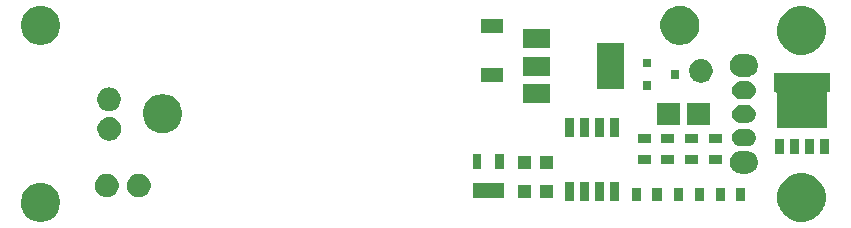
<source format=gbr>
G04 #@! TF.GenerationSoftware,KiCad,Pcbnew,5.1.0-unknown-9e240db~82~ubuntu18.04.1*
G04 #@! TF.CreationDate,2019-04-19T11:16:57+02:00*
G04 #@! TF.ProjectId,VoltMax PWM Board A,566f6c74-4d61-4782-9050-574d20426f61,rev?*
G04 #@! TF.SameCoordinates,Original*
G04 #@! TF.FileFunction,Soldermask,Bot*
G04 #@! TF.FilePolarity,Negative*
%FSLAX46Y46*%
G04 Gerber Fmt 4.6, Leading zero omitted, Abs format (unit mm)*
G04 Created by KiCad (PCBNEW 5.1.0-unknown-9e240db~82~ubuntu18.04.1) date 2019-04-19 11:16:57*
%MOMM*%
%LPD*%
G04 APERTURE LIST*
%ADD10C,0.100000*%
G04 APERTURE END LIST*
D10*
G36*
X176480000Y-103288000D02*
G01*
X176331000Y-103300000D01*
X176186000Y-103335000D01*
X176048000Y-103392000D01*
X175920000Y-103470000D01*
X175807000Y-103567000D01*
X175710000Y-103680000D01*
X175632000Y-103808000D01*
X175575000Y-103946000D01*
X175540000Y-104091000D01*
X175528000Y-104240000D01*
X175540000Y-104389000D01*
X175575000Y-104534000D01*
X175632000Y-104672000D01*
X175710000Y-104800000D01*
X175807000Y-104913000D01*
X175920000Y-105010000D01*
X176048000Y-105088000D01*
X176186000Y-105145000D01*
X176331000Y-105180000D01*
X176480000Y-105192000D01*
X176980000Y-105192000D01*
X177129000Y-105180000D01*
X177274000Y-105145000D01*
X177412000Y-105088000D01*
X177540000Y-105010000D01*
X177653000Y-104913000D01*
X177750000Y-104800000D01*
X177828000Y-104672000D01*
X177885000Y-104534000D01*
X177920000Y-104389000D01*
X177932000Y-104240000D01*
X177920000Y-104091000D01*
X177885000Y-103946000D01*
X177828000Y-103808000D01*
X177750000Y-103680000D01*
X177653000Y-103567000D01*
X177540000Y-103470000D01*
X177412000Y-103392000D01*
X177274000Y-103335000D01*
X177129000Y-103300000D01*
X176980000Y-103288000D01*
X176480000Y-103288000D01*
G37*
G36*
X176480000Y-95088000D02*
G01*
X176331000Y-95100000D01*
X176186000Y-95135000D01*
X176048000Y-95192000D01*
X175920000Y-95270000D01*
X175807000Y-95367000D01*
X175710000Y-95480000D01*
X175632000Y-95608000D01*
X175575000Y-95746000D01*
X175540000Y-95891000D01*
X175528000Y-96040000D01*
X175540000Y-96189000D01*
X175575000Y-96334000D01*
X175632000Y-96472000D01*
X175710000Y-96600000D01*
X175807000Y-96713000D01*
X175920000Y-96810000D01*
X176048000Y-96888000D01*
X176186000Y-96945000D01*
X176331000Y-96980000D01*
X176480000Y-96992000D01*
X176980000Y-96992000D01*
X177129000Y-96980000D01*
X177274000Y-96945000D01*
X177412000Y-96888000D01*
X177540000Y-96810000D01*
X177653000Y-96713000D01*
X177750000Y-96600000D01*
X177828000Y-96472000D01*
X177885000Y-96334000D01*
X177920000Y-96189000D01*
X177932000Y-96040000D01*
X177920000Y-95891000D01*
X177885000Y-95746000D01*
X177828000Y-95608000D01*
X177750000Y-95480000D01*
X177653000Y-95367000D01*
X177540000Y-95270000D01*
X177412000Y-95192000D01*
X177274000Y-95135000D01*
X177129000Y-95100000D01*
X176980000Y-95088000D01*
X176480000Y-95088000D01*
G37*
G36*
X176480000Y-101388000D02*
G01*
X176362000Y-101397000D01*
X176248000Y-101425000D01*
X176139000Y-101470000D01*
X176038000Y-101532000D01*
X175948000Y-101608000D01*
X175872000Y-101698000D01*
X175810000Y-101799000D01*
X175765000Y-101908000D01*
X175737000Y-102022000D01*
X175728000Y-102140000D01*
X175737000Y-102258000D01*
X175765000Y-102372000D01*
X175810000Y-102481000D01*
X175872000Y-102582000D01*
X175948000Y-102672000D01*
X176038000Y-102748000D01*
X176139000Y-102810000D01*
X176248000Y-102855000D01*
X176362000Y-102883000D01*
X176480000Y-102892000D01*
X176980000Y-102892000D01*
X177098000Y-102883000D01*
X177212000Y-102855000D01*
X177321000Y-102810000D01*
X177422000Y-102748000D01*
X177512000Y-102672000D01*
X177588000Y-102582000D01*
X177650000Y-102481000D01*
X177695000Y-102372000D01*
X177723000Y-102258000D01*
X177732000Y-102140000D01*
X177723000Y-102022000D01*
X177695000Y-101908000D01*
X177650000Y-101799000D01*
X177588000Y-101698000D01*
X177512000Y-101608000D01*
X177422000Y-101532000D01*
X177321000Y-101470000D01*
X177212000Y-101425000D01*
X177098000Y-101397000D01*
X176980000Y-101388000D01*
X176480000Y-101388000D01*
G37*
G36*
X176480000Y-99388000D02*
G01*
X176362000Y-99397000D01*
X176248000Y-99425000D01*
X176139000Y-99470000D01*
X176038000Y-99532000D01*
X175948000Y-99608000D01*
X175872000Y-99698000D01*
X175810000Y-99799000D01*
X175765000Y-99908000D01*
X175737000Y-100022000D01*
X175728000Y-100140000D01*
X175737000Y-100258000D01*
X175765000Y-100372000D01*
X175810000Y-100481000D01*
X175872000Y-100582000D01*
X175948000Y-100672000D01*
X176038000Y-100748000D01*
X176139000Y-100810000D01*
X176248000Y-100855000D01*
X176362000Y-100883000D01*
X176480000Y-100892000D01*
X176980000Y-100892000D01*
X177098000Y-100883000D01*
X177212000Y-100855000D01*
X177321000Y-100810000D01*
X177422000Y-100748000D01*
X177512000Y-100672000D01*
X177588000Y-100582000D01*
X177650000Y-100481000D01*
X177695000Y-100372000D01*
X177723000Y-100258000D01*
X177732000Y-100140000D01*
X177723000Y-100022000D01*
X177695000Y-99908000D01*
X177650000Y-99799000D01*
X177588000Y-99698000D01*
X177512000Y-99608000D01*
X177422000Y-99532000D01*
X177321000Y-99470000D01*
X177212000Y-99425000D01*
X177098000Y-99397000D01*
X176980000Y-99388000D01*
X176480000Y-99388000D01*
G37*
G36*
X176480000Y-97388000D02*
G01*
X176362000Y-97397000D01*
X176248000Y-97425000D01*
X176139000Y-97470000D01*
X176038000Y-97532000D01*
X175948000Y-97608000D01*
X175872000Y-97698000D01*
X175810000Y-97799000D01*
X175765000Y-97908000D01*
X175737000Y-98022000D01*
X175728000Y-98140000D01*
X175737000Y-98258000D01*
X175765000Y-98372000D01*
X175810000Y-98481000D01*
X175872000Y-98582000D01*
X175948000Y-98672000D01*
X176038000Y-98748000D01*
X176139000Y-98810000D01*
X176248000Y-98855000D01*
X176362000Y-98883000D01*
X176480000Y-98892000D01*
X176980000Y-98892000D01*
X177098000Y-98883000D01*
X177212000Y-98855000D01*
X177321000Y-98810000D01*
X177422000Y-98748000D01*
X177512000Y-98672000D01*
X177588000Y-98582000D01*
X177650000Y-98481000D01*
X177695000Y-98372000D01*
X177723000Y-98258000D01*
X177732000Y-98140000D01*
X177723000Y-98022000D01*
X177695000Y-97908000D01*
X177650000Y-97799000D01*
X177588000Y-97698000D01*
X177512000Y-97608000D01*
X177422000Y-97532000D01*
X177321000Y-97470000D01*
X177212000Y-97425000D01*
X177098000Y-97397000D01*
X176980000Y-97388000D01*
X176480000Y-97388000D01*
G37*
G36*
X117544256Y-106035298D02*
G01*
X117650579Y-106056447D01*
X117951042Y-106180903D01*
X118221451Y-106361585D01*
X118451415Y-106591549D01*
X118632097Y-106861958D01*
X118725564Y-107087606D01*
X118756553Y-107162422D01*
X118820000Y-107481389D01*
X118820000Y-107806611D01*
X118777702Y-108019256D01*
X118756553Y-108125579D01*
X118632097Y-108426042D01*
X118451415Y-108696451D01*
X118221451Y-108926415D01*
X117951042Y-109107097D01*
X117650579Y-109231553D01*
X117544256Y-109252702D01*
X117331611Y-109295000D01*
X117006389Y-109295000D01*
X116793744Y-109252702D01*
X116687421Y-109231553D01*
X116386958Y-109107097D01*
X116116549Y-108926415D01*
X115886585Y-108696451D01*
X115705903Y-108426042D01*
X115581447Y-108125579D01*
X115560298Y-108019256D01*
X115518000Y-107806611D01*
X115518000Y-107481389D01*
X115581447Y-107162422D01*
X115612437Y-107087606D01*
X115705903Y-106861958D01*
X115886585Y-106591549D01*
X116116549Y-106361585D01*
X116386958Y-106180903D01*
X116687421Y-106056447D01*
X116793744Y-106035298D01*
X117006389Y-105993000D01*
X117331611Y-105993000D01*
X117544256Y-106035298D01*
X117544256Y-106035298D01*
G37*
G36*
X182198254Y-105247818D02*
G01*
X182571511Y-105402426D01*
X182571513Y-105402427D01*
X182907436Y-105626884D01*
X183193116Y-105912564D01*
X183372415Y-106180903D01*
X183417574Y-106248489D01*
X183572182Y-106621746D01*
X183651000Y-107017993D01*
X183651000Y-107422007D01*
X183572182Y-107818254D01*
X183444884Y-108125578D01*
X183417573Y-108191513D01*
X183193116Y-108527436D01*
X182907436Y-108813116D01*
X182571513Y-109037573D01*
X182571512Y-109037574D01*
X182571511Y-109037574D01*
X182198254Y-109192182D01*
X181802007Y-109271000D01*
X181397993Y-109271000D01*
X181001746Y-109192182D01*
X180628489Y-109037574D01*
X180628488Y-109037574D01*
X180628487Y-109037573D01*
X180292564Y-108813116D01*
X180006884Y-108527436D01*
X179782427Y-108191513D01*
X179755116Y-108125578D01*
X179627818Y-107818254D01*
X179549000Y-107422007D01*
X179549000Y-107017993D01*
X179627818Y-106621746D01*
X179782426Y-106248489D01*
X179827586Y-106180903D01*
X180006884Y-105912564D01*
X180292564Y-105626884D01*
X180628487Y-105402427D01*
X180628489Y-105402426D01*
X181001746Y-105247818D01*
X181397993Y-105169000D01*
X181802007Y-105169000D01*
X182198254Y-105247818D01*
X182198254Y-105247818D01*
G37*
G36*
X176861000Y-107551000D02*
G01*
X176089000Y-107551000D01*
X176089000Y-106449000D01*
X176861000Y-106449000D01*
X176861000Y-107551000D01*
X176861000Y-107551000D01*
G37*
G36*
X173361000Y-107551000D02*
G01*
X172589000Y-107551000D01*
X172589000Y-106449000D01*
X173361000Y-106449000D01*
X173361000Y-107551000D01*
X173361000Y-107551000D01*
G37*
G36*
X169761000Y-107551000D02*
G01*
X168989000Y-107551000D01*
X168989000Y-106449000D01*
X169761000Y-106449000D01*
X169761000Y-107551000D01*
X169761000Y-107551000D01*
G37*
G36*
X168011000Y-107551000D02*
G01*
X167239000Y-107551000D01*
X167239000Y-106449000D01*
X168011000Y-106449000D01*
X168011000Y-107551000D01*
X168011000Y-107551000D01*
G37*
G36*
X175111000Y-107551000D02*
G01*
X174339000Y-107551000D01*
X174339000Y-106449000D01*
X175111000Y-106449000D01*
X175111000Y-107551000D01*
X175111000Y-107551000D01*
G37*
G36*
X171611000Y-107551000D02*
G01*
X170839000Y-107551000D01*
X170839000Y-106449000D01*
X171611000Y-106449000D01*
X171611000Y-107551000D01*
X171611000Y-107551000D01*
G37*
G36*
X162371000Y-107525500D02*
G01*
X161619000Y-107525500D01*
X161619000Y-105898500D01*
X162371000Y-105898500D01*
X162371000Y-107525500D01*
X162371000Y-107525500D01*
G37*
G36*
X163641000Y-107525500D02*
G01*
X162889000Y-107525500D01*
X162889000Y-105898500D01*
X163641000Y-105898500D01*
X163641000Y-107525500D01*
X163641000Y-107525500D01*
G37*
G36*
X164911000Y-107525500D02*
G01*
X164159000Y-107525500D01*
X164159000Y-105898500D01*
X164911000Y-105898500D01*
X164911000Y-107525500D01*
X164911000Y-107525500D01*
G37*
G36*
X166181000Y-107525500D02*
G01*
X165429000Y-107525500D01*
X165429000Y-105898500D01*
X166181000Y-105898500D01*
X166181000Y-107525500D01*
X166181000Y-107525500D01*
G37*
G36*
X156401000Y-107301000D02*
G01*
X153799000Y-107301000D01*
X153799000Y-105999000D01*
X156401000Y-105999000D01*
X156401000Y-107301000D01*
X156401000Y-107301000D01*
G37*
G36*
X158701000Y-107251000D02*
G01*
X157599000Y-107251000D01*
X157599000Y-106149000D01*
X158701000Y-106149000D01*
X158701000Y-107251000D01*
X158701000Y-107251000D01*
G37*
G36*
X160601000Y-107251000D02*
G01*
X159499000Y-107251000D01*
X159499000Y-106149000D01*
X160601000Y-106149000D01*
X160601000Y-107251000D01*
X160601000Y-107251000D01*
G37*
G36*
X125695403Y-105217646D02*
G01*
X125792156Y-105236891D01*
X125818538Y-105247819D01*
X125974434Y-105312393D01*
X125974435Y-105312394D01*
X126138483Y-105422007D01*
X126277993Y-105561517D01*
X126277994Y-105561519D01*
X126387607Y-105725566D01*
X126431835Y-105832342D01*
X126459239Y-105898500D01*
X126463109Y-105907845D01*
X126501600Y-106101350D01*
X126501600Y-106298650D01*
X126463109Y-106492155D01*
X126387607Y-106674434D01*
X126387606Y-106674435D01*
X126277993Y-106838483D01*
X126138483Y-106977993D01*
X126078617Y-107017994D01*
X125974434Y-107087607D01*
X125867658Y-107131835D01*
X125792156Y-107163109D01*
X125695403Y-107182354D01*
X125598650Y-107201600D01*
X125401350Y-107201600D01*
X125304597Y-107182354D01*
X125207844Y-107163109D01*
X125132342Y-107131835D01*
X125025566Y-107087607D01*
X124921383Y-107017994D01*
X124861517Y-106977993D01*
X124722007Y-106838483D01*
X124612394Y-106674435D01*
X124612393Y-106674434D01*
X124536891Y-106492155D01*
X124498400Y-106298650D01*
X124498400Y-106101350D01*
X124536891Y-105907845D01*
X124540762Y-105898500D01*
X124568165Y-105832342D01*
X124612393Y-105725566D01*
X124722006Y-105561519D01*
X124722007Y-105561517D01*
X124861517Y-105422007D01*
X125025565Y-105312394D01*
X125025566Y-105312393D01*
X125181462Y-105247819D01*
X125207844Y-105236891D01*
X125304597Y-105217646D01*
X125401350Y-105198400D01*
X125598650Y-105198400D01*
X125695403Y-105217646D01*
X125695403Y-105217646D01*
G37*
G36*
X122995403Y-105217646D02*
G01*
X123092156Y-105236891D01*
X123118538Y-105247819D01*
X123274434Y-105312393D01*
X123274435Y-105312394D01*
X123438483Y-105422007D01*
X123577993Y-105561517D01*
X123577994Y-105561519D01*
X123687607Y-105725566D01*
X123731835Y-105832342D01*
X123759239Y-105898500D01*
X123763109Y-105907845D01*
X123801600Y-106101350D01*
X123801600Y-106298650D01*
X123763109Y-106492155D01*
X123687607Y-106674434D01*
X123687606Y-106674435D01*
X123577993Y-106838483D01*
X123438483Y-106977993D01*
X123378617Y-107017994D01*
X123274434Y-107087607D01*
X123167658Y-107131835D01*
X123092156Y-107163109D01*
X122995403Y-107182354D01*
X122898650Y-107201600D01*
X122701350Y-107201600D01*
X122604597Y-107182354D01*
X122507844Y-107163109D01*
X122432342Y-107131835D01*
X122325566Y-107087607D01*
X122221383Y-107017994D01*
X122161517Y-106977993D01*
X122022007Y-106838483D01*
X121912394Y-106674435D01*
X121912393Y-106674434D01*
X121836891Y-106492155D01*
X121798400Y-106298650D01*
X121798400Y-106101350D01*
X121836891Y-105907845D01*
X121840762Y-105898500D01*
X121868165Y-105832342D01*
X121912393Y-105725566D01*
X122022006Y-105561519D01*
X122022007Y-105561517D01*
X122161517Y-105422007D01*
X122325565Y-105312394D01*
X122325566Y-105312393D01*
X122481462Y-105247819D01*
X122507844Y-105236891D01*
X122604597Y-105217646D01*
X122701350Y-105198400D01*
X122898650Y-105198400D01*
X122995403Y-105217646D01*
X122995403Y-105217646D01*
G37*
G36*
X177007570Y-103324969D02*
G01*
X177180753Y-103396704D01*
X177336607Y-103500842D01*
X177469158Y-103633393D01*
X177573296Y-103789247D01*
X177645031Y-103962430D01*
X177681600Y-104146274D01*
X177681600Y-104333726D01*
X177645031Y-104517570D01*
X177573296Y-104690753D01*
X177469158Y-104846607D01*
X177336607Y-104979158D01*
X177180753Y-105083296D01*
X177007570Y-105155031D01*
X176823726Y-105191600D01*
X176636274Y-105191600D01*
X176452430Y-105155031D01*
X176279247Y-105083296D01*
X176123393Y-104979158D01*
X175990842Y-104846607D01*
X175886704Y-104690753D01*
X175814969Y-104517570D01*
X175778400Y-104333726D01*
X175778400Y-104146274D01*
X175814969Y-103962430D01*
X175886704Y-103789247D01*
X175990842Y-103633393D01*
X176123393Y-103500842D01*
X176279247Y-103396704D01*
X176452430Y-103324969D01*
X176636274Y-103288400D01*
X176823726Y-103288400D01*
X177007570Y-103324969D01*
X177007570Y-103324969D01*
G37*
G36*
X158701000Y-104851000D02*
G01*
X157599000Y-104851000D01*
X157599000Y-103749000D01*
X158701000Y-103749000D01*
X158701000Y-104851000D01*
X158701000Y-104851000D01*
G37*
G36*
X160601000Y-104851000D02*
G01*
X159499000Y-104851000D01*
X159499000Y-103749000D01*
X160601000Y-103749000D01*
X160601000Y-104851000D01*
X160601000Y-104851000D01*
G37*
G36*
X154501000Y-104801000D02*
G01*
X153799000Y-104801000D01*
X153799000Y-103499000D01*
X154501000Y-103499000D01*
X154501000Y-104801000D01*
X154501000Y-104801000D01*
G37*
G36*
X156401000Y-104801000D02*
G01*
X155699000Y-104801000D01*
X155699000Y-103499000D01*
X156401000Y-103499000D01*
X156401000Y-104801000D01*
X156401000Y-104801000D01*
G37*
G36*
X174851000Y-104361000D02*
G01*
X173749000Y-104361000D01*
X173749000Y-103589000D01*
X174851000Y-103589000D01*
X174851000Y-104361000D01*
X174851000Y-104361000D01*
G37*
G36*
X172851000Y-104361000D02*
G01*
X171749000Y-104361000D01*
X171749000Y-103589000D01*
X172851000Y-103589000D01*
X172851000Y-104361000D01*
X172851000Y-104361000D01*
G37*
G36*
X170851000Y-104361000D02*
G01*
X169749000Y-104361000D01*
X169749000Y-103589000D01*
X170851000Y-103589000D01*
X170851000Y-104361000D01*
X170851000Y-104361000D01*
G37*
G36*
X168851000Y-104361000D02*
G01*
X167749000Y-104361000D01*
X167749000Y-103589000D01*
X168851000Y-103589000D01*
X168851000Y-104361000D01*
X168851000Y-104361000D01*
G37*
G36*
X183956000Y-103551000D02*
G01*
X183154000Y-103551000D01*
X183154000Y-102299000D01*
X183956000Y-102299000D01*
X183956000Y-103551000D01*
X183956000Y-103551000D01*
G37*
G36*
X180146000Y-103551000D02*
G01*
X179344000Y-103551000D01*
X179344000Y-102299000D01*
X180146000Y-102299000D01*
X180146000Y-103551000D01*
X180146000Y-103551000D01*
G37*
G36*
X181416000Y-103551000D02*
G01*
X180614000Y-103551000D01*
X180614000Y-102299000D01*
X181416000Y-102299000D01*
X181416000Y-103551000D01*
X181416000Y-103551000D01*
G37*
G36*
X182686000Y-103551000D02*
G01*
X181884000Y-103551000D01*
X181884000Y-102299000D01*
X182686000Y-102299000D01*
X182686000Y-103551000D01*
X182686000Y-103551000D01*
G37*
G36*
X176949234Y-101417283D02*
G01*
X177086016Y-101473940D01*
X177209117Y-101556194D01*
X177313806Y-101660883D01*
X177396060Y-101783984D01*
X177452717Y-101920766D01*
X177481600Y-102065974D01*
X177481600Y-102214026D01*
X177452717Y-102359234D01*
X177396060Y-102496016D01*
X177313806Y-102619117D01*
X177209117Y-102723806D01*
X177086016Y-102806060D01*
X176949234Y-102862717D01*
X176804026Y-102891600D01*
X176655974Y-102891600D01*
X176510766Y-102862717D01*
X176373984Y-102806060D01*
X176250883Y-102723806D01*
X176146194Y-102619117D01*
X176063940Y-102496016D01*
X176007283Y-102359234D01*
X175978400Y-102214026D01*
X175978400Y-102065974D01*
X176007283Y-101920766D01*
X176063940Y-101783984D01*
X176146194Y-101660883D01*
X176250883Y-101556194D01*
X176373984Y-101473940D01*
X176510766Y-101417283D01*
X176655974Y-101388400D01*
X176804026Y-101388400D01*
X176949234Y-101417283D01*
X176949234Y-101417283D01*
G37*
G36*
X168851000Y-102611000D02*
G01*
X167749000Y-102611000D01*
X167749000Y-101839000D01*
X168851000Y-101839000D01*
X168851000Y-102611000D01*
X168851000Y-102611000D01*
G37*
G36*
X172851000Y-102611000D02*
G01*
X171749000Y-102611000D01*
X171749000Y-101839000D01*
X172851000Y-101839000D01*
X172851000Y-102611000D01*
X172851000Y-102611000D01*
G37*
G36*
X174851000Y-102611000D02*
G01*
X173749000Y-102611000D01*
X173749000Y-101839000D01*
X174851000Y-101839000D01*
X174851000Y-102611000D01*
X174851000Y-102611000D01*
G37*
G36*
X170851000Y-102611000D02*
G01*
X169749000Y-102611000D01*
X169749000Y-101839000D01*
X170851000Y-101839000D01*
X170851000Y-102611000D01*
X170851000Y-102611000D01*
G37*
G36*
X123195403Y-100417646D02*
G01*
X123292156Y-100436891D01*
X123367658Y-100468165D01*
X123474434Y-100512393D01*
X123474435Y-100512394D01*
X123638483Y-100622007D01*
X123777993Y-100761517D01*
X123807756Y-100806061D01*
X123887607Y-100925566D01*
X123931835Y-101032342D01*
X123963109Y-101107844D01*
X124001600Y-101301351D01*
X124001600Y-101498649D01*
X123969330Y-101660883D01*
X123963109Y-101692155D01*
X123887607Y-101874434D01*
X123856649Y-101920766D01*
X123777993Y-102038483D01*
X123638483Y-102177993D01*
X123555901Y-102233172D01*
X123474434Y-102287607D01*
X123367658Y-102331835D01*
X123292156Y-102363109D01*
X123195403Y-102382354D01*
X123098650Y-102401600D01*
X122901350Y-102401600D01*
X122804597Y-102382354D01*
X122707844Y-102363109D01*
X122632342Y-102331835D01*
X122525566Y-102287607D01*
X122444098Y-102233172D01*
X122361517Y-102177993D01*
X122222007Y-102038483D01*
X122143351Y-101920766D01*
X122112393Y-101874434D01*
X122036891Y-101692155D01*
X122030671Y-101660883D01*
X121998400Y-101498649D01*
X121998400Y-101301351D01*
X122036891Y-101107844D01*
X122068165Y-101032342D01*
X122112393Y-100925566D01*
X122192244Y-100806061D01*
X122222007Y-100761517D01*
X122361517Y-100622007D01*
X122525565Y-100512394D01*
X122525566Y-100512393D01*
X122632342Y-100468165D01*
X122707844Y-100436891D01*
X122804598Y-100417645D01*
X122901350Y-100398400D01*
X123098650Y-100398400D01*
X123195403Y-100417646D01*
X123195403Y-100417646D01*
G37*
G36*
X166181000Y-102101500D02*
G01*
X165429000Y-102101500D01*
X165429000Y-100474500D01*
X166181000Y-100474500D01*
X166181000Y-102101500D01*
X166181000Y-102101500D01*
G37*
G36*
X164911000Y-102101500D02*
G01*
X164159000Y-102101500D01*
X164159000Y-100474500D01*
X164911000Y-100474500D01*
X164911000Y-102101500D01*
X164911000Y-102101500D01*
G37*
G36*
X162371000Y-102101500D02*
G01*
X161619000Y-102101500D01*
X161619000Y-100474500D01*
X162371000Y-100474500D01*
X162371000Y-102101500D01*
X162371000Y-102101500D01*
G37*
G36*
X163641000Y-102101500D02*
G01*
X162889000Y-102101500D01*
X162889000Y-100474500D01*
X163641000Y-100474500D01*
X163641000Y-102101500D01*
X163641000Y-102101500D01*
G37*
G36*
X127890256Y-98506298D02*
G01*
X127996579Y-98527447D01*
X128297042Y-98651903D01*
X128567451Y-98832585D01*
X128797415Y-99062549D01*
X128978097Y-99332958D01*
X128978098Y-99332960D01*
X129001062Y-99388400D01*
X129102553Y-99633421D01*
X129108016Y-99660884D01*
X129159710Y-99920766D01*
X129166000Y-99952391D01*
X129166000Y-100277609D01*
X129102553Y-100596579D01*
X128978097Y-100897042D01*
X128797415Y-101167451D01*
X128567451Y-101397415D01*
X128297042Y-101578097D01*
X127996579Y-101702553D01*
X127890256Y-101723702D01*
X127677611Y-101766000D01*
X127352389Y-101766000D01*
X127139744Y-101723702D01*
X127033421Y-101702553D01*
X126732958Y-101578097D01*
X126462549Y-101397415D01*
X126232585Y-101167451D01*
X126051903Y-100897042D01*
X125927447Y-100596579D01*
X125864000Y-100277609D01*
X125864000Y-99952391D01*
X125870291Y-99920766D01*
X125921984Y-99660884D01*
X125927447Y-99633421D01*
X126028938Y-99388400D01*
X126051902Y-99332960D01*
X126051903Y-99332958D01*
X126232585Y-99062549D01*
X126462549Y-98832585D01*
X126732958Y-98651903D01*
X127033421Y-98527447D01*
X127139744Y-98506298D01*
X127352389Y-98464000D01*
X127677611Y-98464000D01*
X127890256Y-98506298D01*
X127890256Y-98506298D01*
G37*
G36*
X184051000Y-98251000D02*
G01*
X183925999Y-98251000D01*
X183901613Y-98253402D01*
X183878164Y-98260515D01*
X183856553Y-98272066D01*
X183837611Y-98287611D01*
X183822066Y-98306553D01*
X183810515Y-98328164D01*
X183803402Y-98351613D01*
X183801000Y-98375999D01*
X183801000Y-101351000D01*
X179499000Y-101351000D01*
X179499000Y-98375999D01*
X179496598Y-98351613D01*
X179489485Y-98328164D01*
X179477934Y-98306553D01*
X179462389Y-98287611D01*
X179443447Y-98272066D01*
X179421836Y-98260515D01*
X179398387Y-98253402D01*
X179374001Y-98251000D01*
X179249000Y-98251000D01*
X179249000Y-96649000D01*
X184051000Y-96649000D01*
X184051000Y-98251000D01*
X184051000Y-98251000D01*
G37*
G36*
X171291000Y-101095000D02*
G01*
X169389000Y-101095000D01*
X169389000Y-99193000D01*
X171291000Y-99193000D01*
X171291000Y-101095000D01*
X171291000Y-101095000D01*
G37*
G36*
X173831000Y-101095000D02*
G01*
X171929000Y-101095000D01*
X171929000Y-99193000D01*
X173831000Y-99193000D01*
X173831000Y-101095000D01*
X173831000Y-101095000D01*
G37*
G36*
X176949234Y-99417283D02*
G01*
X177086016Y-99473940D01*
X177209117Y-99556194D01*
X177313806Y-99660883D01*
X177396060Y-99783984D01*
X177452717Y-99920766D01*
X177481600Y-100065974D01*
X177481600Y-100214026D01*
X177452717Y-100359234D01*
X177396060Y-100496016D01*
X177313806Y-100619117D01*
X177209117Y-100723806D01*
X177086016Y-100806060D01*
X176949234Y-100862717D01*
X176804026Y-100891600D01*
X176655974Y-100891600D01*
X176510766Y-100862717D01*
X176373984Y-100806060D01*
X176250883Y-100723806D01*
X176146194Y-100619117D01*
X176063940Y-100496016D01*
X176007283Y-100359234D01*
X175978400Y-100214026D01*
X175978400Y-100065974D01*
X176007283Y-99920766D01*
X176063940Y-99783984D01*
X176146194Y-99660883D01*
X176250883Y-99556194D01*
X176373984Y-99473940D01*
X176510766Y-99417283D01*
X176655974Y-99388400D01*
X176804026Y-99388400D01*
X176949234Y-99417283D01*
X176949234Y-99417283D01*
G37*
G36*
X123140812Y-97920765D02*
G01*
X123272156Y-97946891D01*
X123347658Y-97978165D01*
X123454434Y-98022393D01*
X123454435Y-98022394D01*
X123618483Y-98132007D01*
X123757993Y-98271517D01*
X123781403Y-98306553D01*
X123867607Y-98435566D01*
X123892645Y-98496013D01*
X123943109Y-98617844D01*
X123949884Y-98651903D01*
X123981600Y-98811350D01*
X123981600Y-99008650D01*
X123943109Y-99202155D01*
X123867607Y-99384434D01*
X123813172Y-99465902D01*
X123757993Y-99548483D01*
X123618483Y-99687993D01*
X123535902Y-99743172D01*
X123454434Y-99797607D01*
X123347658Y-99841835D01*
X123272156Y-99873109D01*
X123175402Y-99892355D01*
X123078650Y-99911600D01*
X122881350Y-99911600D01*
X122784598Y-99892355D01*
X122687844Y-99873109D01*
X122612342Y-99841835D01*
X122505566Y-99797607D01*
X122424098Y-99743172D01*
X122341517Y-99687993D01*
X122202007Y-99548483D01*
X122146828Y-99465902D01*
X122092393Y-99384434D01*
X122016891Y-99202155D01*
X121978400Y-99008650D01*
X121978400Y-98811350D01*
X122010116Y-98651903D01*
X122016891Y-98617844D01*
X122067355Y-98496013D01*
X122092393Y-98435566D01*
X122178597Y-98306553D01*
X122202007Y-98271517D01*
X122341517Y-98132007D01*
X122505565Y-98022394D01*
X122505566Y-98022393D01*
X122612342Y-97978165D01*
X122687844Y-97946891D01*
X122819188Y-97920765D01*
X122881350Y-97908400D01*
X123078650Y-97908400D01*
X123140812Y-97920765D01*
X123140812Y-97920765D01*
G37*
G36*
X160301000Y-99201000D02*
G01*
X157999000Y-99201000D01*
X157999000Y-97599000D01*
X160301000Y-97599000D01*
X160301000Y-99201000D01*
X160301000Y-99201000D01*
G37*
G36*
X176949234Y-97417283D02*
G01*
X177086016Y-97473940D01*
X177209117Y-97556194D01*
X177313806Y-97660883D01*
X177396060Y-97783984D01*
X177452717Y-97920766D01*
X177481600Y-98065974D01*
X177481600Y-98214026D01*
X177452717Y-98359234D01*
X177396060Y-98496016D01*
X177313806Y-98619117D01*
X177209117Y-98723806D01*
X177086016Y-98806060D01*
X176949234Y-98862717D01*
X176804026Y-98891600D01*
X176655974Y-98891600D01*
X176510766Y-98862717D01*
X176373984Y-98806060D01*
X176250883Y-98723806D01*
X176146194Y-98619117D01*
X176063940Y-98496016D01*
X176007283Y-98359234D01*
X175978400Y-98214026D01*
X175978400Y-98065974D01*
X176007283Y-97920766D01*
X176063940Y-97783984D01*
X176146194Y-97660883D01*
X176250883Y-97556194D01*
X176373984Y-97473940D01*
X176510766Y-97417283D01*
X176655974Y-97388400D01*
X176804026Y-97388400D01*
X176949234Y-97417283D01*
X176949234Y-97417283D01*
G37*
G36*
X168850500Y-98111000D02*
G01*
X168173500Y-98111000D01*
X168173500Y-97389000D01*
X168850500Y-97389000D01*
X168850500Y-98111000D01*
X168850500Y-98111000D01*
G37*
G36*
X166601000Y-98051000D02*
G01*
X164299000Y-98051000D01*
X164299000Y-94149000D01*
X166601000Y-94149000D01*
X166601000Y-98051000D01*
X166601000Y-98051000D01*
G37*
G36*
X173295403Y-95517646D02*
G01*
X173392156Y-95536891D01*
X173467658Y-95568165D01*
X173574434Y-95612393D01*
X173574435Y-95612394D01*
X173738483Y-95722007D01*
X173877993Y-95861517D01*
X173877994Y-95861519D01*
X173987607Y-96025566D01*
X174063109Y-96207845D01*
X174101600Y-96401350D01*
X174101600Y-96598650D01*
X174063109Y-96792155D01*
X173987607Y-96974434D01*
X173987606Y-96974435D01*
X173877993Y-97138483D01*
X173738483Y-97277993D01*
X173655902Y-97333172D01*
X173574434Y-97387607D01*
X173467658Y-97431835D01*
X173392156Y-97463109D01*
X173337710Y-97473939D01*
X173198650Y-97501600D01*
X173001350Y-97501600D01*
X172862290Y-97473939D01*
X172807844Y-97463109D01*
X172732342Y-97431835D01*
X172625566Y-97387607D01*
X172544098Y-97333172D01*
X172461517Y-97277993D01*
X172322007Y-97138483D01*
X172212394Y-96974435D01*
X172212393Y-96974434D01*
X172136891Y-96792155D01*
X172098400Y-96598650D01*
X172098400Y-96401350D01*
X172136891Y-96207845D01*
X172212393Y-96025566D01*
X172322006Y-95861519D01*
X172322007Y-95861517D01*
X172461517Y-95722007D01*
X172625565Y-95612394D01*
X172625566Y-95612393D01*
X172732342Y-95568165D01*
X172807844Y-95536891D01*
X172904598Y-95517645D01*
X173001350Y-95498400D01*
X173198650Y-95498400D01*
X173295403Y-95517646D01*
X173295403Y-95517646D01*
G37*
G36*
X156311000Y-97486000D02*
G01*
X154489000Y-97486000D01*
X154489000Y-96264000D01*
X156311000Y-96264000D01*
X156311000Y-97486000D01*
X156311000Y-97486000D01*
G37*
G36*
X171226500Y-97161000D02*
G01*
X170549500Y-97161000D01*
X170549500Y-96439000D01*
X171226500Y-96439000D01*
X171226500Y-97161000D01*
X171226500Y-97161000D01*
G37*
G36*
X177007570Y-95124969D02*
G01*
X177180753Y-95196704D01*
X177336607Y-95300842D01*
X177469158Y-95433393D01*
X177573296Y-95589247D01*
X177645031Y-95762430D01*
X177681600Y-95946274D01*
X177681600Y-96133726D01*
X177645031Y-96317570D01*
X177573296Y-96490753D01*
X177469158Y-96646607D01*
X177336607Y-96779158D01*
X177180753Y-96883296D01*
X177007570Y-96955031D01*
X176823726Y-96991600D01*
X176636274Y-96991600D01*
X176452430Y-96955031D01*
X176279247Y-96883296D01*
X176123393Y-96779158D01*
X175990842Y-96646607D01*
X175886704Y-96490753D01*
X175814969Y-96317570D01*
X175778400Y-96133726D01*
X175778400Y-95946274D01*
X175814969Y-95762430D01*
X175886704Y-95589247D01*
X175990842Y-95433393D01*
X176123393Y-95300842D01*
X176279247Y-95196704D01*
X176452430Y-95124969D01*
X176636274Y-95088400D01*
X176823726Y-95088400D01*
X177007570Y-95124969D01*
X177007570Y-95124969D01*
G37*
G36*
X160301000Y-96901000D02*
G01*
X157999000Y-96901000D01*
X157999000Y-95299000D01*
X160301000Y-95299000D01*
X160301000Y-96901000D01*
X160301000Y-96901000D01*
G37*
G36*
X168850500Y-96211000D02*
G01*
X168173500Y-96211000D01*
X168173500Y-95489000D01*
X168850500Y-95489000D01*
X168850500Y-96211000D01*
X168850500Y-96211000D01*
G37*
G36*
X182198254Y-91117818D02*
G01*
X182571511Y-91272426D01*
X182571513Y-91272427D01*
X182907436Y-91496884D01*
X183193116Y-91782564D01*
X183245900Y-91861560D01*
X183417574Y-92118489D01*
X183572182Y-92491746D01*
X183651000Y-92887993D01*
X183651000Y-93292007D01*
X183572182Y-93688254D01*
X183568953Y-93696049D01*
X183417573Y-94061513D01*
X183193116Y-94397436D01*
X182907436Y-94683116D01*
X182571513Y-94907573D01*
X182571512Y-94907574D01*
X182571511Y-94907574D01*
X182198254Y-95062182D01*
X181802007Y-95141000D01*
X181397993Y-95141000D01*
X181001746Y-95062182D01*
X180628489Y-94907574D01*
X180628488Y-94907574D01*
X180628487Y-94907573D01*
X180292564Y-94683116D01*
X180006884Y-94397436D01*
X179782427Y-94061513D01*
X179631047Y-93696049D01*
X179627818Y-93688254D01*
X179549000Y-93292007D01*
X179549000Y-92887993D01*
X179627818Y-92491746D01*
X179782426Y-92118489D01*
X179954101Y-91861560D01*
X180006884Y-91782564D01*
X180292564Y-91496884D01*
X180628487Y-91272427D01*
X180628489Y-91272426D01*
X181001746Y-91117818D01*
X181397993Y-91039000D01*
X181802007Y-91039000D01*
X182198254Y-91117818D01*
X182198254Y-91117818D01*
G37*
G36*
X160301000Y-94601000D02*
G01*
X157999000Y-94601000D01*
X157999000Y-92999000D01*
X160301000Y-92999000D01*
X160301000Y-94601000D01*
X160301000Y-94601000D01*
G37*
G36*
X171684256Y-91034898D02*
G01*
X171790579Y-91056047D01*
X172091042Y-91180503D01*
X172361451Y-91361185D01*
X172591415Y-91591149D01*
X172772097Y-91861558D01*
X172896553Y-92162021D01*
X172960000Y-92480991D01*
X172960000Y-92806209D01*
X172896553Y-93125179D01*
X172772097Y-93425642D01*
X172591415Y-93696051D01*
X172361451Y-93926015D01*
X172091042Y-94106697D01*
X171790579Y-94231153D01*
X171684256Y-94252302D01*
X171471611Y-94294600D01*
X171146389Y-94294600D01*
X170933744Y-94252302D01*
X170827421Y-94231153D01*
X170526958Y-94106697D01*
X170256549Y-93926015D01*
X170026585Y-93696051D01*
X169845903Y-93425642D01*
X169721447Y-93125179D01*
X169658000Y-92806209D01*
X169658000Y-92480991D01*
X169721447Y-92162021D01*
X169845903Y-91861558D01*
X170026585Y-91591149D01*
X170256549Y-91361185D01*
X170526958Y-91180503D01*
X170827421Y-91056047D01*
X170933744Y-91034898D01*
X171146389Y-90992600D01*
X171471611Y-90992600D01*
X171684256Y-91034898D01*
X171684256Y-91034898D01*
G37*
G36*
X117544256Y-91034898D02*
G01*
X117650579Y-91056047D01*
X117951042Y-91180503D01*
X118221451Y-91361185D01*
X118451415Y-91591149D01*
X118632097Y-91861558D01*
X118756553Y-92162021D01*
X118820000Y-92480991D01*
X118820000Y-92806209D01*
X118756553Y-93125179D01*
X118632097Y-93425642D01*
X118451415Y-93696051D01*
X118221451Y-93926015D01*
X117951042Y-94106697D01*
X117650579Y-94231153D01*
X117544256Y-94252302D01*
X117331611Y-94294600D01*
X117006389Y-94294600D01*
X116793744Y-94252302D01*
X116687421Y-94231153D01*
X116386958Y-94106697D01*
X116116549Y-93926015D01*
X115886585Y-93696051D01*
X115705903Y-93425642D01*
X115581447Y-93125179D01*
X115518000Y-92806209D01*
X115518000Y-92480991D01*
X115581447Y-92162021D01*
X115705903Y-91861558D01*
X115886585Y-91591149D01*
X116116549Y-91361185D01*
X116386958Y-91180503D01*
X116687421Y-91056047D01*
X116793744Y-91034898D01*
X117006389Y-90992600D01*
X117331611Y-90992600D01*
X117544256Y-91034898D01*
X117544256Y-91034898D01*
G37*
G36*
X156311000Y-93336000D02*
G01*
X154489000Y-93336000D01*
X154489000Y-92114000D01*
X156311000Y-92114000D01*
X156311000Y-93336000D01*
X156311000Y-93336000D01*
G37*
M02*

</source>
